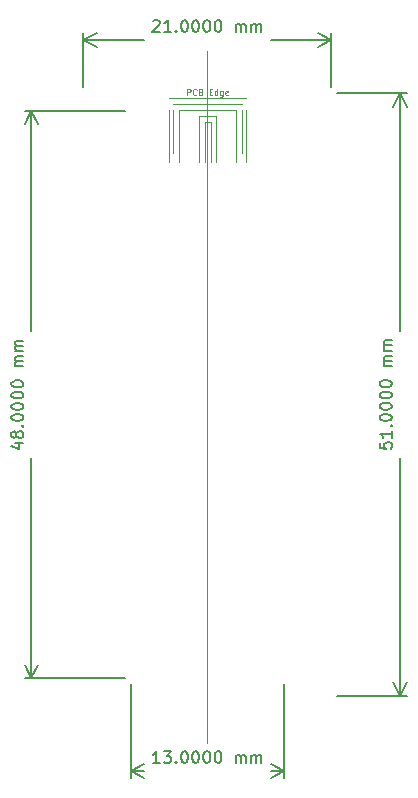
<source format=gbr>
G04 #@! TF.GenerationSoftware,KiCad,Pcbnew,(5.99.0-12085-gf4905cb1ae)*
G04 #@! TF.CreationDate,2021-08-26T19:19:28+05:30*
G04 #@! TF.ProjectId,Mitayi-Pico-RP2040,4d697461-7969-42d5-9069-636f2d525032,0.2*
G04 #@! TF.SameCoordinates,Original*
G04 #@! TF.FileFunction,OtherDrawing,Comment*
%FSLAX46Y46*%
G04 Gerber Fmt 4.6, Leading zero omitted, Abs format (unit mm)*
G04 Created by KiCad (PCBNEW (5.99.0-12085-gf4905cb1ae)) date 2021-08-26 19:19:28*
%MOMM*%
%LPD*%
G01*
G04 APERTURE LIST*
%ADD10C,0.100000*%
%ADD11C,0.150000*%
%ADD12C,0.080000*%
%ADD13C,0.020000*%
G04 APERTURE END LIST*
D10*
X149500000Y-61400000D02*
X149500000Y-120000000D01*
D11*
X145452380Y-121702380D02*
X144880952Y-121702380D01*
X145166666Y-121702380D02*
X145166666Y-120702380D01*
X145071428Y-120845238D01*
X144976190Y-120940476D01*
X144880952Y-120988095D01*
X145785714Y-120702380D02*
X146404761Y-120702380D01*
X146071428Y-121083333D01*
X146214285Y-121083333D01*
X146309523Y-121130952D01*
X146357142Y-121178571D01*
X146404761Y-121273809D01*
X146404761Y-121511904D01*
X146357142Y-121607142D01*
X146309523Y-121654761D01*
X146214285Y-121702380D01*
X145928571Y-121702380D01*
X145833333Y-121654761D01*
X145785714Y-121607142D01*
X146833333Y-121607142D02*
X146880952Y-121654761D01*
X146833333Y-121702380D01*
X146785714Y-121654761D01*
X146833333Y-121607142D01*
X146833333Y-121702380D01*
X147500000Y-120702380D02*
X147595238Y-120702380D01*
X147690476Y-120750000D01*
X147738095Y-120797619D01*
X147785714Y-120892857D01*
X147833333Y-121083333D01*
X147833333Y-121321428D01*
X147785714Y-121511904D01*
X147738095Y-121607142D01*
X147690476Y-121654761D01*
X147595238Y-121702380D01*
X147500000Y-121702380D01*
X147404761Y-121654761D01*
X147357142Y-121607142D01*
X147309523Y-121511904D01*
X147261904Y-121321428D01*
X147261904Y-121083333D01*
X147309523Y-120892857D01*
X147357142Y-120797619D01*
X147404761Y-120750000D01*
X147500000Y-120702380D01*
X148452380Y-120702380D02*
X148547619Y-120702380D01*
X148642857Y-120750000D01*
X148690476Y-120797619D01*
X148738095Y-120892857D01*
X148785714Y-121083333D01*
X148785714Y-121321428D01*
X148738095Y-121511904D01*
X148690476Y-121607142D01*
X148642857Y-121654761D01*
X148547619Y-121702380D01*
X148452380Y-121702380D01*
X148357142Y-121654761D01*
X148309523Y-121607142D01*
X148261904Y-121511904D01*
X148214285Y-121321428D01*
X148214285Y-121083333D01*
X148261904Y-120892857D01*
X148309523Y-120797619D01*
X148357142Y-120750000D01*
X148452380Y-120702380D01*
X149404761Y-120702380D02*
X149500000Y-120702380D01*
X149595238Y-120750000D01*
X149642857Y-120797619D01*
X149690476Y-120892857D01*
X149738095Y-121083333D01*
X149738095Y-121321428D01*
X149690476Y-121511904D01*
X149642857Y-121607142D01*
X149595238Y-121654761D01*
X149500000Y-121702380D01*
X149404761Y-121702380D01*
X149309523Y-121654761D01*
X149261904Y-121607142D01*
X149214285Y-121511904D01*
X149166666Y-121321428D01*
X149166666Y-121083333D01*
X149214285Y-120892857D01*
X149261904Y-120797619D01*
X149309523Y-120750000D01*
X149404761Y-120702380D01*
X150357142Y-120702380D02*
X150452380Y-120702380D01*
X150547619Y-120750000D01*
X150595238Y-120797619D01*
X150642857Y-120892857D01*
X150690476Y-121083333D01*
X150690476Y-121321428D01*
X150642857Y-121511904D01*
X150595238Y-121607142D01*
X150547619Y-121654761D01*
X150452380Y-121702380D01*
X150357142Y-121702380D01*
X150261904Y-121654761D01*
X150214285Y-121607142D01*
X150166666Y-121511904D01*
X150119047Y-121321428D01*
X150119047Y-121083333D01*
X150166666Y-120892857D01*
X150214285Y-120797619D01*
X150261904Y-120750000D01*
X150357142Y-120702380D01*
X151880952Y-121702380D02*
X151880952Y-121035714D01*
X151880952Y-121130952D02*
X151928571Y-121083333D01*
X152023809Y-121035714D01*
X152166666Y-121035714D01*
X152261904Y-121083333D01*
X152309523Y-121178571D01*
X152309523Y-121702380D01*
X152309523Y-121178571D02*
X152357142Y-121083333D01*
X152452380Y-121035714D01*
X152595238Y-121035714D01*
X152690476Y-121083333D01*
X152738095Y-121178571D01*
X152738095Y-121702380D01*
X153214285Y-121702380D02*
X153214285Y-121035714D01*
X153214285Y-121130952D02*
X153261904Y-121083333D01*
X153357142Y-121035714D01*
X153500000Y-121035714D01*
X153595238Y-121083333D01*
X153642857Y-121178571D01*
X153642857Y-121702380D01*
X153642857Y-121178571D02*
X153690476Y-121083333D01*
X153785714Y-121035714D01*
X153928571Y-121035714D01*
X154023809Y-121083333D01*
X154071428Y-121178571D01*
X154071428Y-121702380D01*
X143000000Y-115010000D02*
X143000000Y-122986420D01*
X156000000Y-115010000D02*
X156000000Y-122986420D01*
X143000000Y-122400000D02*
X144115476Y-122400000D01*
X154884524Y-122400000D02*
X156000000Y-122400000D01*
X143000000Y-122400000D02*
X144126504Y-122986421D01*
X143000000Y-122400000D02*
X144126504Y-121813579D01*
X156000000Y-122400000D02*
X154873496Y-121813579D01*
X156000000Y-122400000D02*
X154873496Y-122986421D01*
X144880952Y-58897619D02*
X144928571Y-58850000D01*
X145023809Y-58802380D01*
X145261904Y-58802380D01*
X145357142Y-58850000D01*
X145404761Y-58897619D01*
X145452380Y-58992857D01*
X145452380Y-59088095D01*
X145404761Y-59230952D01*
X144833333Y-59802380D01*
X145452380Y-59802380D01*
X146404761Y-59802380D02*
X145833333Y-59802380D01*
X146119047Y-59802380D02*
X146119047Y-58802380D01*
X146023809Y-58945238D01*
X145928571Y-59040476D01*
X145833333Y-59088095D01*
X146833333Y-59707142D02*
X146880952Y-59754761D01*
X146833333Y-59802380D01*
X146785714Y-59754761D01*
X146833333Y-59707142D01*
X146833333Y-59802380D01*
X147500000Y-58802380D02*
X147595238Y-58802380D01*
X147690476Y-58850000D01*
X147738095Y-58897619D01*
X147785714Y-58992857D01*
X147833333Y-59183333D01*
X147833333Y-59421428D01*
X147785714Y-59611904D01*
X147738095Y-59707142D01*
X147690476Y-59754761D01*
X147595238Y-59802380D01*
X147500000Y-59802380D01*
X147404761Y-59754761D01*
X147357142Y-59707142D01*
X147309523Y-59611904D01*
X147261904Y-59421428D01*
X147261904Y-59183333D01*
X147309523Y-58992857D01*
X147357142Y-58897619D01*
X147404761Y-58850000D01*
X147500000Y-58802380D01*
X148452380Y-58802380D02*
X148547619Y-58802380D01*
X148642857Y-58850000D01*
X148690476Y-58897619D01*
X148738095Y-58992857D01*
X148785714Y-59183333D01*
X148785714Y-59421428D01*
X148738095Y-59611904D01*
X148690476Y-59707142D01*
X148642857Y-59754761D01*
X148547619Y-59802380D01*
X148452380Y-59802380D01*
X148357142Y-59754761D01*
X148309523Y-59707142D01*
X148261904Y-59611904D01*
X148214285Y-59421428D01*
X148214285Y-59183333D01*
X148261904Y-58992857D01*
X148309523Y-58897619D01*
X148357142Y-58850000D01*
X148452380Y-58802380D01*
X149404761Y-58802380D02*
X149500000Y-58802380D01*
X149595238Y-58850000D01*
X149642857Y-58897619D01*
X149690476Y-58992857D01*
X149738095Y-59183333D01*
X149738095Y-59421428D01*
X149690476Y-59611904D01*
X149642857Y-59707142D01*
X149595238Y-59754761D01*
X149500000Y-59802380D01*
X149404761Y-59802380D01*
X149309523Y-59754761D01*
X149261904Y-59707142D01*
X149214285Y-59611904D01*
X149166666Y-59421428D01*
X149166666Y-59183333D01*
X149214285Y-58992857D01*
X149261904Y-58897619D01*
X149309523Y-58850000D01*
X149404761Y-58802380D01*
X150357142Y-58802380D02*
X150452380Y-58802380D01*
X150547619Y-58850000D01*
X150595238Y-58897619D01*
X150642857Y-58992857D01*
X150690476Y-59183333D01*
X150690476Y-59421428D01*
X150642857Y-59611904D01*
X150595238Y-59707142D01*
X150547619Y-59754761D01*
X150452380Y-59802380D01*
X150357142Y-59802380D01*
X150261904Y-59754761D01*
X150214285Y-59707142D01*
X150166666Y-59611904D01*
X150119047Y-59421428D01*
X150119047Y-59183333D01*
X150166666Y-58992857D01*
X150214285Y-58897619D01*
X150261904Y-58850000D01*
X150357142Y-58802380D01*
X151880952Y-59802380D02*
X151880952Y-59135714D01*
X151880952Y-59230952D02*
X151928571Y-59183333D01*
X152023809Y-59135714D01*
X152166666Y-59135714D01*
X152261904Y-59183333D01*
X152309523Y-59278571D01*
X152309523Y-59802380D01*
X152309523Y-59278571D02*
X152357142Y-59183333D01*
X152452380Y-59135714D01*
X152595238Y-59135714D01*
X152690476Y-59183333D01*
X152738095Y-59278571D01*
X152738095Y-59802380D01*
X153214285Y-59802380D02*
X153214285Y-59135714D01*
X153214285Y-59230952D02*
X153261904Y-59183333D01*
X153357142Y-59135714D01*
X153500000Y-59135714D01*
X153595238Y-59183333D01*
X153642857Y-59278571D01*
X153642857Y-59802380D01*
X153642857Y-59278571D02*
X153690476Y-59183333D01*
X153785714Y-59135714D01*
X153928571Y-59135714D01*
X154023809Y-59183333D01*
X154071428Y-59278571D01*
X154071428Y-59802380D01*
X139000000Y-64500000D02*
X139000000Y-59913580D01*
X160000000Y-64500000D02*
X160000000Y-59913580D01*
X139000000Y-60500000D02*
X144115476Y-60500000D01*
X154884524Y-60500000D02*
X160000000Y-60500000D01*
X139000000Y-60500000D02*
X140126504Y-61086421D01*
X139000000Y-60500000D02*
X140126504Y-59913579D01*
X160000000Y-60500000D02*
X158873496Y-59913579D01*
X160000000Y-60500000D02*
X158873496Y-61086421D01*
X164102380Y-94595238D02*
X164102380Y-95071428D01*
X164578571Y-95119047D01*
X164530952Y-95071428D01*
X164483333Y-94976190D01*
X164483333Y-94738095D01*
X164530952Y-94642857D01*
X164578571Y-94595238D01*
X164673809Y-94547619D01*
X164911904Y-94547619D01*
X165007142Y-94595238D01*
X165054761Y-94642857D01*
X165102380Y-94738095D01*
X165102380Y-94976190D01*
X165054761Y-95071428D01*
X165007142Y-95119047D01*
X165102380Y-93595238D02*
X165102380Y-94166666D01*
X165102380Y-93880952D02*
X164102380Y-93880952D01*
X164245238Y-93976190D01*
X164340476Y-94071428D01*
X164388095Y-94166666D01*
X165007142Y-93166666D02*
X165054761Y-93119047D01*
X165102380Y-93166666D01*
X165054761Y-93214285D01*
X165007142Y-93166666D01*
X165102380Y-93166666D01*
X164102380Y-92500000D02*
X164102380Y-92404761D01*
X164150000Y-92309523D01*
X164197619Y-92261904D01*
X164292857Y-92214285D01*
X164483333Y-92166666D01*
X164721428Y-92166666D01*
X164911904Y-92214285D01*
X165007142Y-92261904D01*
X165054761Y-92309523D01*
X165102380Y-92404761D01*
X165102380Y-92500000D01*
X165054761Y-92595238D01*
X165007142Y-92642857D01*
X164911904Y-92690476D01*
X164721428Y-92738095D01*
X164483333Y-92738095D01*
X164292857Y-92690476D01*
X164197619Y-92642857D01*
X164150000Y-92595238D01*
X164102380Y-92500000D01*
X164102380Y-91547619D02*
X164102380Y-91452380D01*
X164150000Y-91357142D01*
X164197619Y-91309523D01*
X164292857Y-91261904D01*
X164483333Y-91214285D01*
X164721428Y-91214285D01*
X164911904Y-91261904D01*
X165007142Y-91309523D01*
X165054761Y-91357142D01*
X165102380Y-91452380D01*
X165102380Y-91547619D01*
X165054761Y-91642857D01*
X165007142Y-91690476D01*
X164911904Y-91738095D01*
X164721428Y-91785714D01*
X164483333Y-91785714D01*
X164292857Y-91738095D01*
X164197619Y-91690476D01*
X164150000Y-91642857D01*
X164102380Y-91547619D01*
X164102380Y-90595238D02*
X164102380Y-90500000D01*
X164150000Y-90404761D01*
X164197619Y-90357142D01*
X164292857Y-90309523D01*
X164483333Y-90261904D01*
X164721428Y-90261904D01*
X164911904Y-90309523D01*
X165007142Y-90357142D01*
X165054761Y-90404761D01*
X165102380Y-90500000D01*
X165102380Y-90595238D01*
X165054761Y-90690476D01*
X165007142Y-90738095D01*
X164911904Y-90785714D01*
X164721428Y-90833333D01*
X164483333Y-90833333D01*
X164292857Y-90785714D01*
X164197619Y-90738095D01*
X164150000Y-90690476D01*
X164102380Y-90595238D01*
X164102380Y-89642857D02*
X164102380Y-89547619D01*
X164150000Y-89452380D01*
X164197619Y-89404761D01*
X164292857Y-89357142D01*
X164483333Y-89309523D01*
X164721428Y-89309523D01*
X164911904Y-89357142D01*
X165007142Y-89404761D01*
X165054761Y-89452380D01*
X165102380Y-89547619D01*
X165102380Y-89642857D01*
X165054761Y-89738095D01*
X165007142Y-89785714D01*
X164911904Y-89833333D01*
X164721428Y-89880952D01*
X164483333Y-89880952D01*
X164292857Y-89833333D01*
X164197619Y-89785714D01*
X164150000Y-89738095D01*
X164102380Y-89642857D01*
X165102380Y-88119047D02*
X164435714Y-88119047D01*
X164530952Y-88119047D02*
X164483333Y-88071428D01*
X164435714Y-87976190D01*
X164435714Y-87833333D01*
X164483333Y-87738095D01*
X164578571Y-87690476D01*
X165102380Y-87690476D01*
X164578571Y-87690476D02*
X164483333Y-87642857D01*
X164435714Y-87547619D01*
X164435714Y-87404761D01*
X164483333Y-87309523D01*
X164578571Y-87261904D01*
X165102380Y-87261904D01*
X165102380Y-86785714D02*
X164435714Y-86785714D01*
X164530952Y-86785714D02*
X164483333Y-86738095D01*
X164435714Y-86642857D01*
X164435714Y-86500000D01*
X164483333Y-86404761D01*
X164578571Y-86357142D01*
X165102380Y-86357142D01*
X164578571Y-86357142D02*
X164483333Y-86309523D01*
X164435714Y-86214285D01*
X164435714Y-86071428D01*
X164483333Y-85976190D01*
X164578571Y-85928571D01*
X165102380Y-85928571D01*
X160500000Y-65000000D02*
X166386420Y-65000000D01*
X160500000Y-116000000D02*
X166386420Y-116000000D01*
X165800000Y-65000000D02*
X165800000Y-85115476D01*
X165800000Y-95884524D02*
X165800000Y-116000000D01*
X165800000Y-65000000D02*
X165213579Y-66126504D01*
X165800000Y-65000000D02*
X166386421Y-66126504D01*
X165800000Y-116000000D02*
X166386421Y-114873496D01*
X165800000Y-116000000D02*
X165213579Y-114873496D01*
X133235714Y-94652857D02*
X133902380Y-94652857D01*
X132854761Y-94890952D02*
X133569047Y-95129047D01*
X133569047Y-94510000D01*
X133330952Y-93986190D02*
X133283333Y-94081428D01*
X133235714Y-94129047D01*
X133140476Y-94176666D01*
X133092857Y-94176666D01*
X132997619Y-94129047D01*
X132950000Y-94081428D01*
X132902380Y-93986190D01*
X132902380Y-93795714D01*
X132950000Y-93700476D01*
X132997619Y-93652857D01*
X133092857Y-93605238D01*
X133140476Y-93605238D01*
X133235714Y-93652857D01*
X133283333Y-93700476D01*
X133330952Y-93795714D01*
X133330952Y-93986190D01*
X133378571Y-94081428D01*
X133426190Y-94129047D01*
X133521428Y-94176666D01*
X133711904Y-94176666D01*
X133807142Y-94129047D01*
X133854761Y-94081428D01*
X133902380Y-93986190D01*
X133902380Y-93795714D01*
X133854761Y-93700476D01*
X133807142Y-93652857D01*
X133711904Y-93605238D01*
X133521428Y-93605238D01*
X133426190Y-93652857D01*
X133378571Y-93700476D01*
X133330952Y-93795714D01*
X133807142Y-93176666D02*
X133854761Y-93129047D01*
X133902380Y-93176666D01*
X133854761Y-93224285D01*
X133807142Y-93176666D01*
X133902380Y-93176666D01*
X132902380Y-92510000D02*
X132902380Y-92414761D01*
X132950000Y-92319523D01*
X132997619Y-92271904D01*
X133092857Y-92224285D01*
X133283333Y-92176666D01*
X133521428Y-92176666D01*
X133711904Y-92224285D01*
X133807142Y-92271904D01*
X133854761Y-92319523D01*
X133902380Y-92414761D01*
X133902380Y-92510000D01*
X133854761Y-92605238D01*
X133807142Y-92652857D01*
X133711904Y-92700476D01*
X133521428Y-92748095D01*
X133283333Y-92748095D01*
X133092857Y-92700476D01*
X132997619Y-92652857D01*
X132950000Y-92605238D01*
X132902380Y-92510000D01*
X132902380Y-91557619D02*
X132902380Y-91462380D01*
X132950000Y-91367142D01*
X132997619Y-91319523D01*
X133092857Y-91271904D01*
X133283333Y-91224285D01*
X133521428Y-91224285D01*
X133711904Y-91271904D01*
X133807142Y-91319523D01*
X133854761Y-91367142D01*
X133902380Y-91462380D01*
X133902380Y-91557619D01*
X133854761Y-91652857D01*
X133807142Y-91700476D01*
X133711904Y-91748095D01*
X133521428Y-91795714D01*
X133283333Y-91795714D01*
X133092857Y-91748095D01*
X132997619Y-91700476D01*
X132950000Y-91652857D01*
X132902380Y-91557619D01*
X132902380Y-90605238D02*
X132902380Y-90510000D01*
X132950000Y-90414761D01*
X132997619Y-90367142D01*
X133092857Y-90319523D01*
X133283333Y-90271904D01*
X133521428Y-90271904D01*
X133711904Y-90319523D01*
X133807142Y-90367142D01*
X133854761Y-90414761D01*
X133902380Y-90510000D01*
X133902380Y-90605238D01*
X133854761Y-90700476D01*
X133807142Y-90748095D01*
X133711904Y-90795714D01*
X133521428Y-90843333D01*
X133283333Y-90843333D01*
X133092857Y-90795714D01*
X132997619Y-90748095D01*
X132950000Y-90700476D01*
X132902380Y-90605238D01*
X132902380Y-89652857D02*
X132902380Y-89557619D01*
X132950000Y-89462380D01*
X132997619Y-89414761D01*
X133092857Y-89367142D01*
X133283333Y-89319523D01*
X133521428Y-89319523D01*
X133711904Y-89367142D01*
X133807142Y-89414761D01*
X133854761Y-89462380D01*
X133902380Y-89557619D01*
X133902380Y-89652857D01*
X133854761Y-89748095D01*
X133807142Y-89795714D01*
X133711904Y-89843333D01*
X133521428Y-89890952D01*
X133283333Y-89890952D01*
X133092857Y-89843333D01*
X132997619Y-89795714D01*
X132950000Y-89748095D01*
X132902380Y-89652857D01*
X133902380Y-88129047D02*
X133235714Y-88129047D01*
X133330952Y-88129047D02*
X133283333Y-88081428D01*
X133235714Y-87986190D01*
X133235714Y-87843333D01*
X133283333Y-87748095D01*
X133378571Y-87700476D01*
X133902380Y-87700476D01*
X133378571Y-87700476D02*
X133283333Y-87652857D01*
X133235714Y-87557619D01*
X133235714Y-87414761D01*
X133283333Y-87319523D01*
X133378571Y-87271904D01*
X133902380Y-87271904D01*
X133902380Y-86795714D02*
X133235714Y-86795714D01*
X133330952Y-86795714D02*
X133283333Y-86748095D01*
X133235714Y-86652857D01*
X133235714Y-86510000D01*
X133283333Y-86414761D01*
X133378571Y-86367142D01*
X133902380Y-86367142D01*
X133378571Y-86367142D02*
X133283333Y-86319523D01*
X133235714Y-86224285D01*
X133235714Y-86081428D01*
X133283333Y-85986190D01*
X133378571Y-85938571D01*
X133902380Y-85938571D01*
X142500000Y-66510000D02*
X134013580Y-66510000D01*
X142500000Y-114510000D02*
X134013580Y-114510000D01*
X134600000Y-66510000D02*
X134600000Y-85125476D01*
X134600000Y-95894524D02*
X134600000Y-114510000D01*
X134600000Y-66510000D02*
X134013579Y-67636504D01*
X134600000Y-66510000D02*
X135186421Y-67636504D01*
X134600000Y-114510000D02*
X135186421Y-113383496D01*
X134600000Y-114510000D02*
X134013579Y-113383496D01*
D12*
X147795714Y-65138690D02*
X147795714Y-64638690D01*
X147986190Y-64638690D01*
X148033809Y-64662500D01*
X148057619Y-64686309D01*
X148081428Y-64733928D01*
X148081428Y-64805357D01*
X148057619Y-64852976D01*
X148033809Y-64876785D01*
X147986190Y-64900595D01*
X147795714Y-64900595D01*
X148581428Y-65091071D02*
X148557619Y-65114880D01*
X148486190Y-65138690D01*
X148438571Y-65138690D01*
X148367142Y-65114880D01*
X148319523Y-65067261D01*
X148295714Y-65019642D01*
X148271904Y-64924404D01*
X148271904Y-64852976D01*
X148295714Y-64757738D01*
X148319523Y-64710119D01*
X148367142Y-64662500D01*
X148438571Y-64638690D01*
X148486190Y-64638690D01*
X148557619Y-64662500D01*
X148581428Y-64686309D01*
X148962380Y-64876785D02*
X149033809Y-64900595D01*
X149057619Y-64924404D01*
X149081428Y-64972023D01*
X149081428Y-65043452D01*
X149057619Y-65091071D01*
X149033809Y-65114880D01*
X148986190Y-65138690D01*
X148795714Y-65138690D01*
X148795714Y-64638690D01*
X148962380Y-64638690D01*
X149010000Y-64662500D01*
X149033809Y-64686309D01*
X149057619Y-64733928D01*
X149057619Y-64781547D01*
X149033809Y-64829166D01*
X149010000Y-64852976D01*
X148962380Y-64876785D01*
X148795714Y-64876785D01*
X149676666Y-64876785D02*
X149843333Y-64876785D01*
X149914761Y-65138690D02*
X149676666Y-65138690D01*
X149676666Y-64638690D01*
X149914761Y-64638690D01*
X150343333Y-65138690D02*
X150343333Y-64638690D01*
X150343333Y-65114880D02*
X150295714Y-65138690D01*
X150200476Y-65138690D01*
X150152857Y-65114880D01*
X150129047Y-65091071D01*
X150105238Y-65043452D01*
X150105238Y-64900595D01*
X150129047Y-64852976D01*
X150152857Y-64829166D01*
X150200476Y-64805357D01*
X150295714Y-64805357D01*
X150343333Y-64829166D01*
X150795714Y-64805357D02*
X150795714Y-65210119D01*
X150771904Y-65257738D01*
X150748095Y-65281547D01*
X150700476Y-65305357D01*
X150629047Y-65305357D01*
X150581428Y-65281547D01*
X150795714Y-65114880D02*
X150748095Y-65138690D01*
X150652857Y-65138690D01*
X150605238Y-65114880D01*
X150581428Y-65091071D01*
X150557619Y-65043452D01*
X150557619Y-64900595D01*
X150581428Y-64852976D01*
X150605238Y-64829166D01*
X150652857Y-64805357D01*
X150748095Y-64805357D01*
X150795714Y-64829166D01*
X151224285Y-65114880D02*
X151176666Y-65138690D01*
X151081428Y-65138690D01*
X151033809Y-65114880D01*
X151010000Y-65067261D01*
X151010000Y-64876785D01*
X151033809Y-64829166D01*
X151081428Y-64805357D01*
X151176666Y-64805357D01*
X151224285Y-64829166D01*
X151248095Y-64876785D01*
X151248095Y-64924404D01*
X151010000Y-64972023D01*
D13*
X150260000Y-66930000D02*
X148760000Y-66930000D01*
X152760000Y-70800000D02*
X152760000Y-66430000D01*
X152400000Y-65930000D02*
X146620000Y-65930000D01*
X151960000Y-66430000D02*
X147060000Y-66430000D01*
X146260000Y-70800000D02*
X146260000Y-66430000D01*
X149760000Y-67430000D02*
X149260000Y-67430000D01*
X152760000Y-65430000D02*
X146260000Y-65430000D01*
X152410000Y-70080000D02*
X152410000Y-66430000D01*
X149760000Y-70800000D02*
X149760000Y-67430000D01*
X150260000Y-70800000D02*
X150260000Y-66930000D01*
X151960000Y-70800000D02*
X151960000Y-66430000D01*
X147060000Y-70800000D02*
X147060000Y-66430000D01*
X146610000Y-70080000D02*
X146610000Y-66430000D01*
X148760000Y-70800000D02*
X148760000Y-66930000D01*
X149260000Y-70800000D02*
X149260000Y-67430000D01*
M02*

</source>
